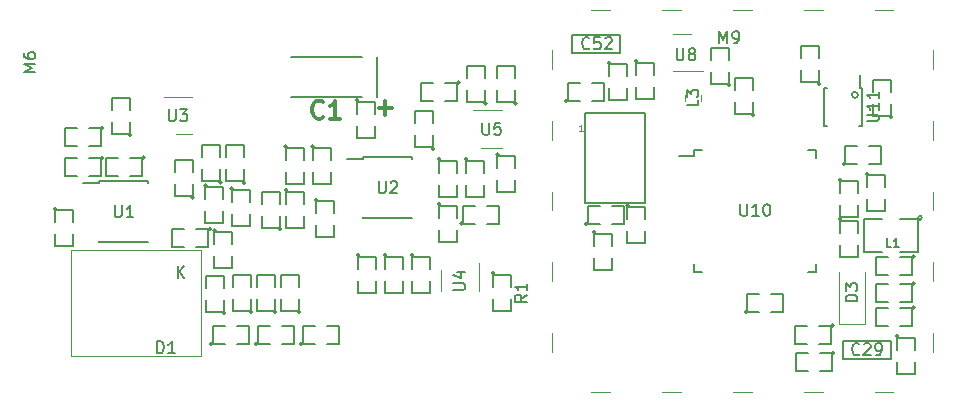
<source format=gbr>
%TF.GenerationSoftware,KiCad,Pcbnew,7.0.10-7.0.10~ubuntu23.04.1*%
%TF.CreationDate,2024-02-10T00:29:08+00:00*%
%TF.ProjectId,SPACEDOS01,53504143-4544-44f5-9330-312e6b696361,B*%
%TF.SameCoordinates,Original*%
%TF.FileFunction,Legend,Top*%
%TF.FilePolarity,Positive*%
%FSLAX46Y46*%
G04 Gerber Fmt 4.6, Leading zero omitted, Abs format (unit mm)*
G04 Created by KiCad (PCBNEW 7.0.10-7.0.10~ubuntu23.04.1) date 2024-02-10 00:29:08*
%MOMM*%
%LPD*%
G01*
G04 APERTURE LIST*
%ADD10C,0.050000*%
%ADD11C,0.150000*%
%ADD12C,0.127000*%
%ADD13C,0.304800*%
%ADD14C,0.120000*%
%ADD15C,0.100000*%
G04 APERTURE END LIST*
D10*
X146360484Y-99649062D02*
X146074770Y-99649062D01*
X146217627Y-99649062D02*
X146217627Y-99149062D01*
X146217627Y-99149062D02*
X146170008Y-99220491D01*
X146170008Y-99220491D02*
X146122389Y-99268110D01*
X146122389Y-99268110D02*
X146074770Y-99291919D01*
D11*
X100033346Y-94681176D02*
X99033346Y-94681176D01*
X99033346Y-94681176D02*
X99747631Y-94347843D01*
X99747631Y-94347843D02*
X99033346Y-94014510D01*
X99033346Y-94014510D02*
X100033346Y-94014510D01*
X99033346Y-93109748D02*
X99033346Y-93300224D01*
X99033346Y-93300224D02*
X99080965Y-93395462D01*
X99080965Y-93395462D02*
X99128584Y-93443081D01*
X99128584Y-93443081D02*
X99271441Y-93538319D01*
X99271441Y-93538319D02*
X99461917Y-93585938D01*
X99461917Y-93585938D02*
X99842869Y-93585938D01*
X99842869Y-93585938D02*
X99938107Y-93538319D01*
X99938107Y-93538319D02*
X99985727Y-93490700D01*
X99985727Y-93490700D02*
X100033346Y-93395462D01*
X100033346Y-93395462D02*
X100033346Y-93204986D01*
X100033346Y-93204986D02*
X99985727Y-93109748D01*
X99985727Y-93109748D02*
X99938107Y-93062129D01*
X99938107Y-93062129D02*
X99842869Y-93014510D01*
X99842869Y-93014510D02*
X99604774Y-93014510D01*
X99604774Y-93014510D02*
X99509536Y-93062129D01*
X99509536Y-93062129D02*
X99461917Y-93109748D01*
X99461917Y-93109748D02*
X99414298Y-93204986D01*
X99414298Y-93204986D02*
X99414298Y-93395462D01*
X99414298Y-93395462D02*
X99461917Y-93490700D01*
X99461917Y-93490700D02*
X99509536Y-93538319D01*
X99509536Y-93538319D02*
X99604774Y-93585938D01*
X137868722Y-98996172D02*
X137868722Y-99805695D01*
X137868722Y-99805695D02*
X137916341Y-99900933D01*
X137916341Y-99900933D02*
X137963960Y-99948553D01*
X137963960Y-99948553D02*
X138059198Y-99996172D01*
X138059198Y-99996172D02*
X138249674Y-99996172D01*
X138249674Y-99996172D02*
X138344912Y-99948553D01*
X138344912Y-99948553D02*
X138392531Y-99900933D01*
X138392531Y-99900933D02*
X138440150Y-99805695D01*
X138440150Y-99805695D02*
X138440150Y-98996172D01*
X139392531Y-98996172D02*
X138916341Y-98996172D01*
X138916341Y-98996172D02*
X138868722Y-99472362D01*
X138868722Y-99472362D02*
X138916341Y-99424743D01*
X138916341Y-99424743D02*
X139011579Y-99377124D01*
X139011579Y-99377124D02*
X139249674Y-99377124D01*
X139249674Y-99377124D02*
X139344912Y-99424743D01*
X139344912Y-99424743D02*
X139392531Y-99472362D01*
X139392531Y-99472362D02*
X139440150Y-99567600D01*
X139440150Y-99567600D02*
X139440150Y-99805695D01*
X139440150Y-99805695D02*
X139392531Y-99900933D01*
X139392531Y-99900933D02*
X139344912Y-99948553D01*
X139344912Y-99948553D02*
X139249674Y-99996172D01*
X139249674Y-99996172D02*
X139011579Y-99996172D01*
X139011579Y-99996172D02*
X138916341Y-99948553D01*
X138916341Y-99948553D02*
X138868722Y-99900933D01*
X135418446Y-113130258D02*
X136227969Y-113130258D01*
X136227969Y-113130258D02*
X136323207Y-113082639D01*
X136323207Y-113082639D02*
X136370827Y-113035020D01*
X136370827Y-113035020D02*
X136418446Y-112939782D01*
X136418446Y-112939782D02*
X136418446Y-112749306D01*
X136418446Y-112749306D02*
X136370827Y-112654068D01*
X136370827Y-112654068D02*
X136323207Y-112606449D01*
X136323207Y-112606449D02*
X136227969Y-112558830D01*
X136227969Y-112558830D02*
X135418446Y-112558830D01*
X135751779Y-111654068D02*
X136418446Y-111654068D01*
X135370827Y-111892163D02*
X136085112Y-112130258D01*
X136085112Y-112130258D02*
X136085112Y-111511211D01*
X159711532Y-105860172D02*
X159711532Y-106669695D01*
X159711532Y-106669695D02*
X159759151Y-106764933D01*
X159759151Y-106764933D02*
X159806770Y-106812553D01*
X159806770Y-106812553D02*
X159902008Y-106860172D01*
X159902008Y-106860172D02*
X160092484Y-106860172D01*
X160092484Y-106860172D02*
X160187722Y-106812553D01*
X160187722Y-106812553D02*
X160235341Y-106764933D01*
X160235341Y-106764933D02*
X160282960Y-106669695D01*
X160282960Y-106669695D02*
X160282960Y-105860172D01*
X161282960Y-106860172D02*
X160711532Y-106860172D01*
X160997246Y-106860172D02*
X160997246Y-105860172D01*
X160997246Y-105860172D02*
X160902008Y-106003029D01*
X160902008Y-106003029D02*
X160806770Y-106098267D01*
X160806770Y-106098267D02*
X160711532Y-106145886D01*
X161902008Y-105860172D02*
X161997246Y-105860172D01*
X161997246Y-105860172D02*
X162092484Y-105907791D01*
X162092484Y-105907791D02*
X162140103Y-105955410D01*
X162140103Y-105955410D02*
X162187722Y-106050648D01*
X162187722Y-106050648D02*
X162235341Y-106241124D01*
X162235341Y-106241124D02*
X162235341Y-106479219D01*
X162235341Y-106479219D02*
X162187722Y-106669695D01*
X162187722Y-106669695D02*
X162140103Y-106764933D01*
X162140103Y-106764933D02*
X162092484Y-106812553D01*
X162092484Y-106812553D02*
X161997246Y-106860172D01*
X161997246Y-106860172D02*
X161902008Y-106860172D01*
X161902008Y-106860172D02*
X161806770Y-106812553D01*
X161806770Y-106812553D02*
X161759151Y-106764933D01*
X161759151Y-106764933D02*
X161711532Y-106669695D01*
X161711532Y-106669695D02*
X161663913Y-106479219D01*
X161663913Y-106479219D02*
X161663913Y-106241124D01*
X161663913Y-106241124D02*
X161711532Y-106050648D01*
X161711532Y-106050648D02*
X161759151Y-105955410D01*
X161759151Y-105955410D02*
X161806770Y-105907791D01*
X161806770Y-105907791D02*
X161902008Y-105860172D01*
X129105722Y-103949172D02*
X129105722Y-104758695D01*
X129105722Y-104758695D02*
X129153341Y-104853933D01*
X129153341Y-104853933D02*
X129200960Y-104901553D01*
X129200960Y-104901553D02*
X129296198Y-104949172D01*
X129296198Y-104949172D02*
X129486674Y-104949172D01*
X129486674Y-104949172D02*
X129581912Y-104901553D01*
X129581912Y-104901553D02*
X129629531Y-104853933D01*
X129629531Y-104853933D02*
X129677150Y-104758695D01*
X129677150Y-104758695D02*
X129677150Y-103949172D01*
X130105722Y-104044410D02*
X130153341Y-103996791D01*
X130153341Y-103996791D02*
X130248579Y-103949172D01*
X130248579Y-103949172D02*
X130486674Y-103949172D01*
X130486674Y-103949172D02*
X130581912Y-103996791D01*
X130581912Y-103996791D02*
X130629531Y-104044410D01*
X130629531Y-104044410D02*
X130677150Y-104139648D01*
X130677150Y-104139648D02*
X130677150Y-104234886D01*
X130677150Y-104234886D02*
X130629531Y-104377743D01*
X130629531Y-104377743D02*
X130058103Y-104949172D01*
X130058103Y-104949172D02*
X130677150Y-104949172D01*
X106753722Y-105981172D02*
X106753722Y-106790695D01*
X106753722Y-106790695D02*
X106801341Y-106885933D01*
X106801341Y-106885933D02*
X106848960Y-106933553D01*
X106848960Y-106933553D02*
X106944198Y-106981172D01*
X106944198Y-106981172D02*
X107134674Y-106981172D01*
X107134674Y-106981172D02*
X107229912Y-106933553D01*
X107229912Y-106933553D02*
X107277531Y-106885933D01*
X107277531Y-106885933D02*
X107325150Y-106790695D01*
X107325150Y-106790695D02*
X107325150Y-105981172D01*
X108325150Y-106981172D02*
X107753722Y-106981172D01*
X108039436Y-106981172D02*
X108039436Y-105981172D01*
X108039436Y-105981172D02*
X107944198Y-106124029D01*
X107944198Y-106124029D02*
X107848960Y-106219267D01*
X107848960Y-106219267D02*
X107753722Y-106266886D01*
X170409346Y-98867747D02*
X171218869Y-98867747D01*
X171218869Y-98867747D02*
X171314107Y-98820128D01*
X171314107Y-98820128D02*
X171361727Y-98772509D01*
X171361727Y-98772509D02*
X171409346Y-98677271D01*
X171409346Y-98677271D02*
X171409346Y-98486795D01*
X171409346Y-98486795D02*
X171361727Y-98391557D01*
X171361727Y-98391557D02*
X171314107Y-98343938D01*
X171314107Y-98343938D02*
X171218869Y-98296319D01*
X171218869Y-98296319D02*
X170409346Y-98296319D01*
X171409346Y-97296319D02*
X171409346Y-97867747D01*
X171409346Y-97582033D02*
X170409346Y-97582033D01*
X170409346Y-97582033D02*
X170552203Y-97677271D01*
X170552203Y-97677271D02*
X170647441Y-97772509D01*
X170647441Y-97772509D02*
X170695060Y-97867747D01*
X171409346Y-96343938D02*
X171409346Y-96915366D01*
X171409346Y-96629652D02*
X170409346Y-96629652D01*
X170409346Y-96629652D02*
X170552203Y-96724890D01*
X170552203Y-96724890D02*
X170647441Y-96820128D01*
X170647441Y-96820128D02*
X170695060Y-96915366D01*
D12*
X172468527Y-109532565D02*
X172105670Y-109532565D01*
X172105670Y-109532565D02*
X172105670Y-108770565D01*
X173121670Y-109532565D02*
X172686241Y-109532565D01*
X172903956Y-109532565D02*
X172903956Y-108770565D01*
X172903956Y-108770565D02*
X172831384Y-108879422D01*
X172831384Y-108879422D02*
X172758813Y-108951994D01*
X172758813Y-108951994D02*
X172686241Y-108988280D01*
D11*
X154325622Y-92695172D02*
X154325622Y-93504695D01*
X154325622Y-93504695D02*
X154373241Y-93599933D01*
X154373241Y-93599933D02*
X154420860Y-93647553D01*
X154420860Y-93647553D02*
X154516098Y-93695172D01*
X154516098Y-93695172D02*
X154706574Y-93695172D01*
X154706574Y-93695172D02*
X154801812Y-93647553D01*
X154801812Y-93647553D02*
X154849431Y-93599933D01*
X154849431Y-93599933D02*
X154897050Y-93504695D01*
X154897050Y-93504695D02*
X154897050Y-92695172D01*
X155516098Y-93123743D02*
X155420860Y-93076124D01*
X155420860Y-93076124D02*
X155373241Y-93028505D01*
X155373241Y-93028505D02*
X155325622Y-92933267D01*
X155325622Y-92933267D02*
X155325622Y-92885648D01*
X155325622Y-92885648D02*
X155373241Y-92790410D01*
X155373241Y-92790410D02*
X155420860Y-92742791D01*
X155420860Y-92742791D02*
X155516098Y-92695172D01*
X155516098Y-92695172D02*
X155706574Y-92695172D01*
X155706574Y-92695172D02*
X155801812Y-92742791D01*
X155801812Y-92742791D02*
X155849431Y-92790410D01*
X155849431Y-92790410D02*
X155897050Y-92885648D01*
X155897050Y-92885648D02*
X155897050Y-92933267D01*
X155897050Y-92933267D02*
X155849431Y-93028505D01*
X155849431Y-93028505D02*
X155801812Y-93076124D01*
X155801812Y-93076124D02*
X155706574Y-93123743D01*
X155706574Y-93123743D02*
X155516098Y-93123743D01*
X155516098Y-93123743D02*
X155420860Y-93171362D01*
X155420860Y-93171362D02*
X155373241Y-93218981D01*
X155373241Y-93218981D02*
X155325622Y-93314219D01*
X155325622Y-93314219D02*
X155325622Y-93504695D01*
X155325622Y-93504695D02*
X155373241Y-93599933D01*
X155373241Y-93599933D02*
X155420860Y-93647553D01*
X155420860Y-93647553D02*
X155516098Y-93695172D01*
X155516098Y-93695172D02*
X155706574Y-93695172D01*
X155706574Y-93695172D02*
X155801812Y-93647553D01*
X155801812Y-93647553D02*
X155849431Y-93599933D01*
X155849431Y-93599933D02*
X155897050Y-93504695D01*
X155897050Y-93504695D02*
X155897050Y-93314219D01*
X155897050Y-93314219D02*
X155849431Y-93218981D01*
X155849431Y-93218981D02*
X155801812Y-93171362D01*
X155801812Y-93171362D02*
X155706574Y-93123743D01*
X169621346Y-114115747D02*
X168621346Y-114115747D01*
X168621346Y-114115747D02*
X168621346Y-113877652D01*
X168621346Y-113877652D02*
X168668965Y-113734795D01*
X168668965Y-113734795D02*
X168764203Y-113639557D01*
X168764203Y-113639557D02*
X168859441Y-113591938D01*
X168859441Y-113591938D02*
X169049917Y-113544319D01*
X169049917Y-113544319D02*
X169192774Y-113544319D01*
X169192774Y-113544319D02*
X169383250Y-113591938D01*
X169383250Y-113591938D02*
X169478488Y-113639557D01*
X169478488Y-113639557D02*
X169573727Y-113734795D01*
X169573727Y-113734795D02*
X169621346Y-113877652D01*
X169621346Y-113877652D02*
X169621346Y-114115747D01*
X168621346Y-113210985D02*
X168621346Y-112591938D01*
X168621346Y-112591938D02*
X169002298Y-112925271D01*
X169002298Y-112925271D02*
X169002298Y-112782414D01*
X169002298Y-112782414D02*
X169049917Y-112687176D01*
X169049917Y-112687176D02*
X169097536Y-112639557D01*
X169097536Y-112639557D02*
X169192774Y-112591938D01*
X169192774Y-112591938D02*
X169430869Y-112591938D01*
X169430869Y-112591938D02*
X169526107Y-112639557D01*
X169526107Y-112639557D02*
X169573727Y-112687176D01*
X169573727Y-112687176D02*
X169621346Y-112782414D01*
X169621346Y-112782414D02*
X169621346Y-113068128D01*
X169621346Y-113068128D02*
X169573727Y-113163366D01*
X169573727Y-113163366D02*
X169526107Y-113210985D01*
X156159346Y-97043319D02*
X156159346Y-97519509D01*
X156159346Y-97519509D02*
X155159346Y-97519509D01*
X155159346Y-96805223D02*
X155159346Y-96186176D01*
X155159346Y-96186176D02*
X155540298Y-96519509D01*
X155540298Y-96519509D02*
X155540298Y-96376652D01*
X155540298Y-96376652D02*
X155587917Y-96281414D01*
X155587917Y-96281414D02*
X155635536Y-96233795D01*
X155635536Y-96233795D02*
X155730774Y-96186176D01*
X155730774Y-96186176D02*
X155968869Y-96186176D01*
X155968869Y-96186176D02*
X156064107Y-96233795D01*
X156064107Y-96233795D02*
X156111727Y-96281414D01*
X156111727Y-96281414D02*
X156159346Y-96376652D01*
X156159346Y-96376652D02*
X156159346Y-96662366D01*
X156159346Y-96662366D02*
X156111727Y-96757604D01*
X156111727Y-96757604D02*
X156064107Y-96805223D01*
X111325722Y-97853172D02*
X111325722Y-98662695D01*
X111325722Y-98662695D02*
X111373341Y-98757933D01*
X111373341Y-98757933D02*
X111420960Y-98805553D01*
X111420960Y-98805553D02*
X111516198Y-98853172D01*
X111516198Y-98853172D02*
X111706674Y-98853172D01*
X111706674Y-98853172D02*
X111801912Y-98805553D01*
X111801912Y-98805553D02*
X111849531Y-98757933D01*
X111849531Y-98757933D02*
X111897150Y-98662695D01*
X111897150Y-98662695D02*
X111897150Y-97853172D01*
X112278103Y-97853172D02*
X112897150Y-97853172D01*
X112897150Y-97853172D02*
X112563817Y-98234124D01*
X112563817Y-98234124D02*
X112706674Y-98234124D01*
X112706674Y-98234124D02*
X112801912Y-98281743D01*
X112801912Y-98281743D02*
X112849531Y-98329362D01*
X112849531Y-98329362D02*
X112897150Y-98424600D01*
X112897150Y-98424600D02*
X112897150Y-98662695D01*
X112897150Y-98662695D02*
X112849531Y-98757933D01*
X112849531Y-98757933D02*
X112801912Y-98805553D01*
X112801912Y-98805553D02*
X112706674Y-98853172D01*
X112706674Y-98853172D02*
X112420960Y-98853172D01*
X112420960Y-98853172D02*
X112325722Y-98805553D01*
X112325722Y-98805553D02*
X112278103Y-98757933D01*
X141624446Y-113551019D02*
X141148255Y-113884352D01*
X141624446Y-114122447D02*
X140624446Y-114122447D01*
X140624446Y-114122447D02*
X140624446Y-113741495D01*
X140624446Y-113741495D02*
X140672065Y-113646257D01*
X140672065Y-113646257D02*
X140719684Y-113598638D01*
X140719684Y-113598638D02*
X140814922Y-113551019D01*
X140814922Y-113551019D02*
X140957779Y-113551019D01*
X140957779Y-113551019D02*
X141053017Y-113598638D01*
X141053017Y-113598638D02*
X141100636Y-113646257D01*
X141100636Y-113646257D02*
X141148255Y-113741495D01*
X141148255Y-113741495D02*
X141148255Y-114122447D01*
X141624446Y-112598638D02*
X141624446Y-113170066D01*
X141624446Y-112884352D02*
X140624446Y-112884352D01*
X140624446Y-112884352D02*
X140767303Y-112979590D01*
X140767303Y-112979590D02*
X140862541Y-113074828D01*
X140862541Y-113074828D02*
X140910160Y-113170066D01*
X157943003Y-92242473D02*
X157943003Y-91242473D01*
X157943003Y-91242473D02*
X158276336Y-91956758D01*
X158276336Y-91956758D02*
X158609669Y-91242473D01*
X158609669Y-91242473D02*
X158609669Y-92242473D01*
X159133479Y-92242473D02*
X159323955Y-92242473D01*
X159323955Y-92242473D02*
X159419193Y-92194854D01*
X159419193Y-92194854D02*
X159466812Y-92147234D01*
X159466812Y-92147234D02*
X159562050Y-92004377D01*
X159562050Y-92004377D02*
X159609669Y-91813901D01*
X159609669Y-91813901D02*
X159609669Y-91432949D01*
X159609669Y-91432949D02*
X159562050Y-91337711D01*
X159562050Y-91337711D02*
X159514431Y-91290092D01*
X159514431Y-91290092D02*
X159419193Y-91242473D01*
X159419193Y-91242473D02*
X159228717Y-91242473D01*
X159228717Y-91242473D02*
X159133479Y-91290092D01*
X159133479Y-91290092D02*
X159085860Y-91337711D01*
X159085860Y-91337711D02*
X159038241Y-91432949D01*
X159038241Y-91432949D02*
X159038241Y-91671044D01*
X159038241Y-91671044D02*
X159085860Y-91766282D01*
X159085860Y-91766282D02*
X159133479Y-91813901D01*
X159133479Y-91813901D02*
X159228717Y-91861520D01*
X159228717Y-91861520D02*
X159419193Y-91861520D01*
X159419193Y-91861520D02*
X159514431Y-91813901D01*
X159514431Y-91813901D02*
X159562050Y-91766282D01*
X159562050Y-91766282D02*
X159609669Y-91671044D01*
X110326432Y-118486472D02*
X110326432Y-117486472D01*
X110326432Y-117486472D02*
X110564527Y-117486472D01*
X110564527Y-117486472D02*
X110707384Y-117534091D01*
X110707384Y-117534091D02*
X110802622Y-117629329D01*
X110802622Y-117629329D02*
X110850241Y-117724567D01*
X110850241Y-117724567D02*
X110897860Y-117915043D01*
X110897860Y-117915043D02*
X110897860Y-118057900D01*
X110897860Y-118057900D02*
X110850241Y-118248376D01*
X110850241Y-118248376D02*
X110802622Y-118343614D01*
X110802622Y-118343614D02*
X110707384Y-118438853D01*
X110707384Y-118438853D02*
X110564527Y-118486472D01*
X110564527Y-118486472D02*
X110326432Y-118486472D01*
X111850241Y-118486472D02*
X111278813Y-118486472D01*
X111564527Y-118486472D02*
X111564527Y-117486472D01*
X111564527Y-117486472D02*
X111469289Y-117629329D01*
X111469289Y-117629329D02*
X111374051Y-117724567D01*
X111374051Y-117724567D02*
X111278813Y-117772186D01*
X112072622Y-112136472D02*
X112072622Y-111136472D01*
X112644050Y-112136472D02*
X112215479Y-111565043D01*
X112644050Y-111136472D02*
X112072622Y-111707900D01*
D13*
X124406627Y-98490391D02*
X124334055Y-98562963D01*
X124334055Y-98562963D02*
X124116341Y-98635534D01*
X124116341Y-98635534D02*
X123971198Y-98635534D01*
X123971198Y-98635534D02*
X123753484Y-98562963D01*
X123753484Y-98562963D02*
X123608341Y-98417820D01*
X123608341Y-98417820D02*
X123535770Y-98272677D01*
X123535770Y-98272677D02*
X123463198Y-97982391D01*
X123463198Y-97982391D02*
X123463198Y-97764677D01*
X123463198Y-97764677D02*
X123535770Y-97474391D01*
X123535770Y-97474391D02*
X123608341Y-97329248D01*
X123608341Y-97329248D02*
X123753484Y-97184105D01*
X123753484Y-97184105D02*
X123971198Y-97111534D01*
X123971198Y-97111534D02*
X124116341Y-97111534D01*
X124116341Y-97111534D02*
X124334055Y-97184105D01*
X124334055Y-97184105D02*
X124406627Y-97256677D01*
X125858055Y-98635534D02*
X124987198Y-98635534D01*
X125422627Y-98635534D02*
X125422627Y-97111534D01*
X125422627Y-97111534D02*
X125277484Y-97329248D01*
X125277484Y-97329248D02*
X125132341Y-97474391D01*
X125132341Y-97474391D02*
X124987198Y-97546963D01*
X129078776Y-97755123D02*
X130239919Y-97755123D01*
X129659347Y-98335694D02*
X129659347Y-97174551D01*
D11*
X169793669Y-118563233D02*
X169746050Y-118610853D01*
X169746050Y-118610853D02*
X169603193Y-118658472D01*
X169603193Y-118658472D02*
X169507955Y-118658472D01*
X169507955Y-118658472D02*
X169365098Y-118610853D01*
X169365098Y-118610853D02*
X169269860Y-118515614D01*
X169269860Y-118515614D02*
X169222241Y-118420376D01*
X169222241Y-118420376D02*
X169174622Y-118229900D01*
X169174622Y-118229900D02*
X169174622Y-118087043D01*
X169174622Y-118087043D02*
X169222241Y-117896567D01*
X169222241Y-117896567D02*
X169269860Y-117801329D01*
X169269860Y-117801329D02*
X169365098Y-117706091D01*
X169365098Y-117706091D02*
X169507955Y-117658472D01*
X169507955Y-117658472D02*
X169603193Y-117658472D01*
X169603193Y-117658472D02*
X169746050Y-117706091D01*
X169746050Y-117706091D02*
X169793669Y-117753710D01*
X170174622Y-117753710D02*
X170222241Y-117706091D01*
X170222241Y-117706091D02*
X170317479Y-117658472D01*
X170317479Y-117658472D02*
X170555574Y-117658472D01*
X170555574Y-117658472D02*
X170650812Y-117706091D01*
X170650812Y-117706091D02*
X170698431Y-117753710D01*
X170698431Y-117753710D02*
X170746050Y-117848948D01*
X170746050Y-117848948D02*
X170746050Y-117944186D01*
X170746050Y-117944186D02*
X170698431Y-118087043D01*
X170698431Y-118087043D02*
X170127003Y-118658472D01*
X170127003Y-118658472D02*
X170746050Y-118658472D01*
X171222241Y-118658472D02*
X171412717Y-118658472D01*
X171412717Y-118658472D02*
X171507955Y-118610853D01*
X171507955Y-118610853D02*
X171555574Y-118563233D01*
X171555574Y-118563233D02*
X171650812Y-118420376D01*
X171650812Y-118420376D02*
X171698431Y-118229900D01*
X171698431Y-118229900D02*
X171698431Y-117848948D01*
X171698431Y-117848948D02*
X171650812Y-117753710D01*
X171650812Y-117753710D02*
X171603193Y-117706091D01*
X171603193Y-117706091D02*
X171507955Y-117658472D01*
X171507955Y-117658472D02*
X171317479Y-117658472D01*
X171317479Y-117658472D02*
X171222241Y-117706091D01*
X171222241Y-117706091D02*
X171174622Y-117753710D01*
X171174622Y-117753710D02*
X171127003Y-117848948D01*
X171127003Y-117848948D02*
X171127003Y-118087043D01*
X171127003Y-118087043D02*
X171174622Y-118182281D01*
X171174622Y-118182281D02*
X171222241Y-118229900D01*
X171222241Y-118229900D02*
X171317479Y-118277519D01*
X171317479Y-118277519D02*
X171507955Y-118277519D01*
X171507955Y-118277519D02*
X171603193Y-118229900D01*
X171603193Y-118229900D02*
X171650812Y-118182281D01*
X171650812Y-118182281D02*
X171698431Y-118087043D01*
X146933669Y-92655233D02*
X146886050Y-92702853D01*
X146886050Y-92702853D02*
X146743193Y-92750472D01*
X146743193Y-92750472D02*
X146647955Y-92750472D01*
X146647955Y-92750472D02*
X146505098Y-92702853D01*
X146505098Y-92702853D02*
X146409860Y-92607614D01*
X146409860Y-92607614D02*
X146362241Y-92512376D01*
X146362241Y-92512376D02*
X146314622Y-92321900D01*
X146314622Y-92321900D02*
X146314622Y-92179043D01*
X146314622Y-92179043D02*
X146362241Y-91988567D01*
X146362241Y-91988567D02*
X146409860Y-91893329D01*
X146409860Y-91893329D02*
X146505098Y-91798091D01*
X146505098Y-91798091D02*
X146647955Y-91750472D01*
X146647955Y-91750472D02*
X146743193Y-91750472D01*
X146743193Y-91750472D02*
X146886050Y-91798091D01*
X146886050Y-91798091D02*
X146933669Y-91845710D01*
X147838431Y-91750472D02*
X147362241Y-91750472D01*
X147362241Y-91750472D02*
X147314622Y-92226662D01*
X147314622Y-92226662D02*
X147362241Y-92179043D01*
X147362241Y-92179043D02*
X147457479Y-92131424D01*
X147457479Y-92131424D02*
X147695574Y-92131424D01*
X147695574Y-92131424D02*
X147790812Y-92179043D01*
X147790812Y-92179043D02*
X147838431Y-92226662D01*
X147838431Y-92226662D02*
X147886050Y-92321900D01*
X147886050Y-92321900D02*
X147886050Y-92559995D01*
X147886050Y-92559995D02*
X147838431Y-92655233D01*
X147838431Y-92655233D02*
X147790812Y-92702853D01*
X147790812Y-92702853D02*
X147695574Y-92750472D01*
X147695574Y-92750472D02*
X147457479Y-92750472D01*
X147457479Y-92750472D02*
X147362241Y-92702853D01*
X147362241Y-92702853D02*
X147314622Y-92655233D01*
X148267003Y-91845710D02*
X148314622Y-91798091D01*
X148314622Y-91798091D02*
X148409860Y-91750472D01*
X148409860Y-91750472D02*
X148647955Y-91750472D01*
X148647955Y-91750472D02*
X148743193Y-91798091D01*
X148743193Y-91798091D02*
X148790812Y-91845710D01*
X148790812Y-91845710D02*
X148838431Y-91940948D01*
X148838431Y-91940948D02*
X148838431Y-92036186D01*
X148838431Y-92036186D02*
X148790812Y-92179043D01*
X148790812Y-92179043D02*
X148219384Y-92750472D01*
X148219384Y-92750472D02*
X148838431Y-92750472D01*
%TO.C,J22*%
X146598627Y-98150353D02*
X151678627Y-98150353D01*
X146598627Y-105770353D02*
X146598627Y-98150353D01*
X151678627Y-98150353D02*
X151678627Y-105770353D01*
X151678627Y-105770353D02*
X146598627Y-105770353D01*
D14*
%TO.C,U5*%
X137730627Y-101151353D02*
X139530627Y-101151353D01*
X139530627Y-97931353D02*
X137080627Y-97931353D01*
%TO.C,U4*%
X134353627Y-111468354D02*
X134353627Y-113268354D01*
X137573627Y-113268354D02*
X137573627Y-110818354D01*
D11*
%TO.C,C8*%
X131137627Y-110336353D02*
X131137627Y-111352353D01*
X129613627Y-110336353D02*
X131137627Y-110336353D01*
X129613627Y-111352353D02*
X129613627Y-110336353D01*
X131137627Y-112368353D02*
X131137627Y-113384353D01*
X131137627Y-113384353D02*
X129613627Y-113384353D01*
X129613627Y-113384353D02*
X129613627Y-112368353D01*
X129740627Y-110209353D02*
G75*
G03*
X129486627Y-110209353I-127000J0D01*
G01*
X129486627Y-110209353D02*
G75*
G03*
X129740627Y-110209353I127000J0D01*
G01*
%TO.C,C3*%
X103197627Y-106400154D02*
X103197627Y-107416154D01*
X101673627Y-106400154D02*
X103197627Y-106400154D01*
X101673627Y-107416154D02*
X101673627Y-106400154D01*
X103197627Y-108432154D02*
X103197627Y-109448154D01*
X103197627Y-109448154D02*
X101673627Y-109448154D01*
X101673627Y-109448154D02*
X101673627Y-108432154D01*
X101800627Y-106273154D02*
G75*
G03*
X101546627Y-106273154I-127000J0D01*
G01*
X101546627Y-106273154D02*
G75*
G03*
X101800627Y-106273154I127000J0D01*
G01*
%TO.C,R6*%
X105547127Y-100938353D02*
X104531127Y-100938353D01*
X105547127Y-99414353D02*
X105547127Y-100938353D01*
X104531127Y-99414353D02*
X105547127Y-99414353D01*
X103515127Y-100938353D02*
X102499127Y-100938353D01*
X102499127Y-100938353D02*
X102499127Y-99414353D01*
X102499127Y-99414353D02*
X103515127Y-99414353D01*
X105801127Y-99414353D02*
G75*
G03*
X105547127Y-99414353I-127000J0D01*
G01*
X105547127Y-99414353D02*
G75*
G03*
X105801127Y-99414353I127000J0D01*
G01*
%TO.C,C13*%
X133423627Y-110336353D02*
X133423627Y-111352353D01*
X131899627Y-110336353D02*
X133423627Y-110336353D01*
X131899627Y-111352353D02*
X131899627Y-110336353D01*
X133423627Y-112368353D02*
X133423627Y-113384353D01*
X133423627Y-113384353D02*
X131899627Y-113384353D01*
X131899627Y-113384353D02*
X131899627Y-112368353D01*
X132026627Y-110209353D02*
G75*
G03*
X131772627Y-110209353I-127000J0D01*
G01*
X131772627Y-110209353D02*
G75*
G03*
X132026627Y-110209353I127000J0D01*
G01*
%TO.C,C24*%
X114467627Y-114977853D02*
X114467627Y-113961853D01*
X115991627Y-114977853D02*
X114467627Y-114977853D01*
X115991627Y-113961853D02*
X115991627Y-114977853D01*
X114467627Y-112945853D02*
X114467627Y-111929853D01*
X114467627Y-111929853D02*
X115991627Y-111929853D01*
X115991627Y-111929853D02*
X115991627Y-112945853D01*
X116118627Y-115104853D02*
G75*
G03*
X115864627Y-115104853I-127000J0D01*
G01*
X115864627Y-115104853D02*
G75*
G03*
X116118627Y-115104853I127000J0D01*
G01*
%TO.C,C4*%
X128780527Y-97185154D02*
X128780527Y-98201154D01*
X127256527Y-97185154D02*
X128780527Y-97185154D01*
X127256527Y-98201154D02*
X127256527Y-97185154D01*
X128780527Y-99217154D02*
X128780527Y-100233154D01*
X128780527Y-100233154D02*
X127256527Y-100233154D01*
X127256527Y-100233154D02*
X127256527Y-99217154D01*
X127383527Y-97058154D02*
G75*
G03*
X127129527Y-97058154I-127000J0D01*
G01*
X127129527Y-97058154D02*
G75*
G03*
X127383527Y-97058154I127000J0D01*
G01*
%TO.C,U10*%
X155778627Y-101263353D02*
X155778627Y-101838353D01*
X155778627Y-101263353D02*
X156453627Y-101263353D01*
X155778627Y-101838353D02*
X154503627Y-101838353D01*
X155778627Y-111613353D02*
X155778627Y-110938353D01*
X155778627Y-111613353D02*
X156453627Y-111613353D01*
X166128627Y-101263353D02*
X165453627Y-101263353D01*
X166128627Y-101263353D02*
X166128627Y-101938353D01*
X166128627Y-111613353D02*
X165453627Y-111613353D01*
X166128627Y-111613353D02*
X166128627Y-110938353D01*
%TO.C,R4*%
X128851627Y-110336353D02*
X128851627Y-111352353D01*
X127327627Y-110336353D02*
X128851627Y-110336353D01*
X127327627Y-111352353D02*
X127327627Y-110336353D01*
X128851627Y-112368353D02*
X128851627Y-113384353D01*
X128851627Y-113384353D02*
X127327627Y-113384353D01*
X127327627Y-113384353D02*
X127327627Y-112368353D01*
X127454627Y-110209353D02*
G75*
G03*
X127200627Y-110209353I-127000J0D01*
G01*
X127200627Y-110209353D02*
G75*
G03*
X127454627Y-110209353I127000J0D01*
G01*
%TO.C,C10*%
X109039627Y-103478353D02*
X108023627Y-103478353D01*
X109039627Y-101954353D02*
X109039627Y-103478353D01*
X108023627Y-101954353D02*
X109039627Y-101954353D01*
X107007627Y-103478353D02*
X105991627Y-103478353D01*
X105991627Y-103478353D02*
X105991627Y-101954353D01*
X105991627Y-101954353D02*
X107007627Y-101954353D01*
X109293627Y-101954353D02*
G75*
G03*
X109039627Y-101954353I-127000J0D01*
G01*
X109039627Y-101954353D02*
G75*
G03*
X109293627Y-101954353I127000J0D01*
G01*
%TO.C,C5*%
X105547127Y-103478353D02*
X104531127Y-103478353D01*
X105547127Y-101954353D02*
X105547127Y-103478353D01*
X104531127Y-101954353D02*
X105547127Y-101954353D01*
X103515127Y-103478353D02*
X102499127Y-103478353D01*
X102499127Y-103478353D02*
X102499127Y-101954353D01*
X102499127Y-101954353D02*
X103515127Y-101954353D01*
X105801127Y-101954353D02*
G75*
G03*
X105547127Y-101954353I-127000J0D01*
G01*
X105547127Y-101954353D02*
G75*
G03*
X105801127Y-101954353I127000J0D01*
G01*
%TO.C,R3*%
X132153627Y-101065352D02*
X132153627Y-100049352D01*
X133677627Y-101065352D02*
X132153627Y-101065352D01*
X133677627Y-100049352D02*
X133677627Y-101065352D01*
X132153627Y-99033352D02*
X132153627Y-98017352D01*
X132153627Y-98017352D02*
X133677627Y-98017352D01*
X133677627Y-98017352D02*
X133677627Y-99033352D01*
X133804627Y-101192352D02*
G75*
G03*
X133550627Y-101192352I-127000J0D01*
G01*
X133550627Y-101192352D02*
G75*
G03*
X133804627Y-101192352I127000J0D01*
G01*
%TO.C,R2*%
X111833627Y-105192853D02*
X111833627Y-104176853D01*
X113357627Y-105192853D02*
X111833627Y-105192853D01*
X113357627Y-104176853D02*
X113357627Y-105192853D01*
X111833627Y-103160853D02*
X111833627Y-102144853D01*
X111833627Y-102144853D02*
X113357627Y-102144853D01*
X113357627Y-102144853D02*
X113357627Y-103160853D01*
X113484627Y-105319853D02*
G75*
G03*
X113230627Y-105319853I-127000J0D01*
G01*
X113230627Y-105319853D02*
G75*
G03*
X113484627Y-105319853I127000J0D01*
G01*
%TO.C,U2*%
X127792627Y-101919353D02*
X127792627Y-102064353D01*
X127792627Y-101919353D02*
X131942627Y-101919353D01*
X127792627Y-102064353D02*
X126392627Y-102064353D01*
X127792627Y-107069353D02*
X127792627Y-106924353D01*
X127792627Y-107069353D02*
X131942627Y-107069353D01*
X131942627Y-101919353D02*
X131942627Y-102064353D01*
%TO.C,R10*%
X122755627Y-104811853D02*
X122755627Y-105827853D01*
X121231627Y-104811853D02*
X122755627Y-104811853D01*
X121231627Y-105827853D02*
X121231627Y-104811853D01*
X122755627Y-106843853D02*
X122755627Y-107859853D01*
X122755627Y-107859853D02*
X121231627Y-107859853D01*
X121231627Y-107859853D02*
X121231627Y-106843853D01*
X121358627Y-104684853D02*
G75*
G03*
X121104627Y-104684853I-127000J0D01*
G01*
X121104627Y-104684853D02*
G75*
G03*
X121358627Y-104684853I127000J0D01*
G01*
%TO.C,C18*%
X125041627Y-101128853D02*
X125041627Y-102144853D01*
X123517627Y-101128853D02*
X125041627Y-101128853D01*
X123517627Y-102144853D02*
X123517627Y-101128853D01*
X125041627Y-103160853D02*
X125041627Y-104176853D01*
X125041627Y-104176853D02*
X123517627Y-104176853D01*
X123517627Y-104176853D02*
X123517627Y-103160853D01*
X123644627Y-101001853D02*
G75*
G03*
X123390627Y-101001853I-127000J0D01*
G01*
X123390627Y-101001853D02*
G75*
G03*
X123644627Y-101001853I127000J0D01*
G01*
%TO.C,U1*%
X105440627Y-103951353D02*
X105440627Y-104096353D01*
X105440627Y-103951353D02*
X109590627Y-103951353D01*
X105440627Y-104096353D02*
X104040627Y-104096353D01*
X105440627Y-109101353D02*
X105440627Y-108956353D01*
X105440627Y-109101353D02*
X109590627Y-109101353D01*
X109590627Y-103951353D02*
X109590627Y-104096353D01*
%TO.C,C20*%
X106499627Y-99922353D02*
X106499627Y-98906353D01*
X108023627Y-99922353D02*
X106499627Y-99922353D01*
X108023627Y-98906353D02*
X108023627Y-99922353D01*
X106499627Y-97890353D02*
X106499627Y-96874353D01*
X106499627Y-96874353D02*
X108023627Y-96874353D01*
X108023627Y-96874353D02*
X108023627Y-97890353D01*
X108150627Y-100049353D02*
G75*
G03*
X107896627Y-100049353I-127000J0D01*
G01*
X107896627Y-100049353D02*
G75*
G03*
X108150627Y-100049353I127000J0D01*
G01*
%TO.C,R7*%
X114661027Y-109483653D02*
X113645027Y-109483653D01*
X114661027Y-107959653D02*
X114661027Y-109483653D01*
X113645027Y-107959653D02*
X114661027Y-107959653D01*
X112629027Y-109483653D02*
X111613027Y-109483653D01*
X111613027Y-109483653D02*
X111613027Y-107959653D01*
X111613027Y-107959653D02*
X112629027Y-107959653D01*
X114915027Y-107959653D02*
G75*
G03*
X114661027Y-107959653I-127000J0D01*
G01*
X114661027Y-107959653D02*
G75*
G03*
X114915027Y-107959653I127000J0D01*
G01*
%TO.C,C17*%
X125295627Y-105637353D02*
X125295627Y-106653353D01*
X123771627Y-105637353D02*
X125295627Y-105637353D01*
X123771627Y-106653353D02*
X123771627Y-105637353D01*
X125295627Y-107669353D02*
X125295627Y-108685353D01*
X125295627Y-108685353D02*
X123771627Y-108685353D01*
X123771627Y-108685353D02*
X123771627Y-107669353D01*
X123898627Y-105510353D02*
G75*
G03*
X123644627Y-105510353I-127000J0D01*
G01*
X123644627Y-105510353D02*
G75*
G03*
X123898627Y-105510353I127000J0D01*
G01*
%TO.C,R9*%
X115946527Y-104400154D02*
X115946527Y-105416154D01*
X114422527Y-104400154D02*
X115946527Y-104400154D01*
X114422527Y-105416154D02*
X114422527Y-104400154D01*
X115946527Y-106432154D02*
X115946527Y-107448154D01*
X115946527Y-107448154D02*
X114422527Y-107448154D01*
X114422527Y-107448154D02*
X114422527Y-106432154D01*
X114549527Y-104273154D02*
G75*
G03*
X114295527Y-104273154I-127000J0D01*
G01*
X114295527Y-104273154D02*
G75*
G03*
X114549527Y-104273154I127000J0D01*
G01*
%TO.C,C11*%
X114172527Y-103948153D02*
X114172527Y-102932153D01*
X115696527Y-103948153D02*
X114172527Y-103948153D01*
X115696527Y-102932153D02*
X115696527Y-103948153D01*
X114172527Y-101916153D02*
X114172527Y-100900153D01*
X114172527Y-100900153D02*
X115696527Y-100900153D01*
X115696527Y-100900153D02*
X115696527Y-101916153D01*
X115823527Y-104075153D02*
G75*
G03*
X115569527Y-104075153I-127000J0D01*
G01*
X115569527Y-104075153D02*
G75*
G03*
X115823527Y-104075153I127000J0D01*
G01*
%TO.C,C16*%
X119199627Y-107859853D02*
X119199627Y-106843853D01*
X120723627Y-107859853D02*
X119199627Y-107859853D01*
X120723627Y-106843853D02*
X120723627Y-107859853D01*
X119199627Y-105827853D02*
X119199627Y-104811853D01*
X119199627Y-104811853D02*
X120723627Y-104811853D01*
X120723627Y-104811853D02*
X120723627Y-105827853D01*
X120850627Y-107986853D02*
G75*
G03*
X120596627Y-107986853I-127000J0D01*
G01*
X120596627Y-107986853D02*
G75*
G03*
X120850627Y-107986853I127000J0D01*
G01*
%TO.C,R11*%
X122755627Y-101128853D02*
X122755627Y-102144853D01*
X121231627Y-101128853D02*
X122755627Y-101128853D01*
X121231627Y-102144853D02*
X121231627Y-101128853D01*
X122755627Y-103160853D02*
X122755627Y-104176853D01*
X122755627Y-104176853D02*
X121231627Y-104176853D01*
X121231627Y-104176853D02*
X121231627Y-103160853D01*
X121358627Y-101001853D02*
G75*
G03*
X121104627Y-101001853I-127000J0D01*
G01*
X121104627Y-101001853D02*
G75*
G03*
X121358627Y-101001853I127000J0D01*
G01*
%TO.C,C15*%
X118183627Y-104684853D02*
X118183627Y-105700853D01*
X116659627Y-104684853D02*
X118183627Y-104684853D01*
X116659627Y-105700853D02*
X116659627Y-104684853D01*
X118183627Y-106716853D02*
X118183627Y-107732853D01*
X118183627Y-107732853D02*
X116659627Y-107732853D01*
X116659627Y-107732853D02*
X116659627Y-106716853D01*
X116786627Y-104557853D02*
G75*
G03*
X116532627Y-104557853I-127000J0D01*
G01*
X116532627Y-104557853D02*
G75*
G03*
X116786627Y-104557853I127000J0D01*
G01*
%TO.C,R5*%
X135709627Y-97128353D02*
X134693627Y-97128353D01*
X135709627Y-95604353D02*
X135709627Y-97128353D01*
X134693627Y-95604353D02*
X135709627Y-95604353D01*
X133677627Y-97128353D02*
X132661627Y-97128353D01*
X132661627Y-97128353D02*
X132661627Y-95604353D01*
X132661627Y-95604353D02*
X133677627Y-95604353D01*
X135963627Y-95604353D02*
G75*
G03*
X135709627Y-95604353I-127000J0D01*
G01*
X135709627Y-95604353D02*
G75*
G03*
X135963627Y-95604353I127000J0D01*
G01*
%TO.C,C12*%
X135709627Y-102208353D02*
X135709627Y-103224353D01*
X134185627Y-102208353D02*
X135709627Y-102208353D01*
X134185627Y-103224353D02*
X134185627Y-102208353D01*
X135709627Y-104240353D02*
X135709627Y-105256353D01*
X135709627Y-105256353D02*
X134185627Y-105256353D01*
X134185627Y-105256353D02*
X134185627Y-104240353D01*
X134312627Y-102081353D02*
G75*
G03*
X134058627Y-102081353I-127000J0D01*
G01*
X134058627Y-102081353D02*
G75*
G03*
X134312627Y-102081353I127000J0D01*
G01*
%TO.C,U11*%
X170029527Y-96004653D02*
X169854527Y-96004653D01*
X170029527Y-96004653D02*
X170029527Y-99254653D01*
X169854527Y-96004653D02*
X169854527Y-94929653D01*
X166779527Y-96004653D02*
X167054527Y-96004653D01*
X166779527Y-96004653D02*
X166779527Y-99254653D01*
X170029527Y-99254653D02*
X169754527Y-99254653D01*
X166779527Y-99254653D02*
X167054527Y-99254653D01*
X169654527Y-96629653D02*
G75*
G03*
X169154527Y-96629653I-250000J0D01*
G01*
X169154527Y-96629653D02*
G75*
G03*
X169654527Y-96629653I250000J0D01*
G01*
%TO.C,R13*%
X136217627Y-106018353D02*
X137233627Y-106018353D01*
X136217627Y-107542353D02*
X136217627Y-106018353D01*
X137233627Y-107542353D02*
X136217627Y-107542353D01*
X138249627Y-106018353D02*
X139265627Y-106018353D01*
X139265627Y-106018353D02*
X139265627Y-107542353D01*
X139265627Y-107542353D02*
X138249627Y-107542353D01*
X136217627Y-107542353D02*
G75*
G03*
X135963627Y-107542353I-127000J0D01*
G01*
X135963627Y-107542353D02*
G75*
G03*
X136217627Y-107542353I127000J0D01*
G01*
%TO.C,C9*%
X136598627Y-97255353D02*
X136598627Y-96239353D01*
X138122627Y-97255353D02*
X136598627Y-97255353D01*
X138122627Y-96239353D02*
X138122627Y-97255353D01*
X136598627Y-95223353D02*
X136598627Y-94207353D01*
X136598627Y-94207353D02*
X138122627Y-94207353D01*
X138122627Y-94207353D02*
X138122627Y-95223353D01*
X138249627Y-97382353D02*
G75*
G03*
X137995627Y-97382353I-127000J0D01*
G01*
X137995627Y-97382353D02*
G75*
G03*
X138249627Y-97382353I127000J0D01*
G01*
%TO.C,C14*%
X139138627Y-97255354D02*
X139138627Y-96239354D01*
X140662627Y-97255354D02*
X139138627Y-97255354D01*
X140662627Y-96239354D02*
X140662627Y-97255354D01*
X139138627Y-95223354D02*
X139138627Y-94207354D01*
X139138627Y-94207354D02*
X140662627Y-94207354D01*
X140662627Y-94207354D02*
X140662627Y-95223354D01*
X140789627Y-97382354D02*
G75*
G03*
X140535627Y-97382354I-127000J0D01*
G01*
X140535627Y-97382354D02*
G75*
G03*
X140789627Y-97382354I127000J0D01*
G01*
%TO.C,C7*%
X137995627Y-102208353D02*
X137995627Y-103224353D01*
X136471627Y-102208353D02*
X137995627Y-102208353D01*
X136471627Y-103224353D02*
X136471627Y-102208353D01*
X137995627Y-104240353D02*
X137995627Y-105256353D01*
X137995627Y-105256353D02*
X136471627Y-105256353D01*
X136471627Y-105256353D02*
X136471627Y-104240353D01*
X136598627Y-102081353D02*
G75*
G03*
X136344627Y-102081353I-127000J0D01*
G01*
X136344627Y-102081353D02*
G75*
G03*
X136598627Y-102081353I127000J0D01*
G01*
%TO.C,R12*%
X140662627Y-101827353D02*
X140662627Y-102843353D01*
X139138627Y-101827353D02*
X140662627Y-101827353D01*
X139138627Y-102843353D02*
X139138627Y-101827353D01*
X140662627Y-103859353D02*
X140662627Y-104875353D01*
X140662627Y-104875353D02*
X139138627Y-104875353D01*
X139138627Y-104875353D02*
X139138627Y-103859353D01*
X139265627Y-101700353D02*
G75*
G03*
X139011627Y-101700353I-127000J0D01*
G01*
X139011627Y-101700353D02*
G75*
G03*
X139265627Y-101700353I127000J0D01*
G01*
%TO.C,L1*%
X174754527Y-109948654D02*
X174754527Y-107154654D01*
X174754527Y-107154654D02*
X173230527Y-107154654D01*
X173230527Y-109948654D02*
X174754527Y-109948654D01*
X173230527Y-109948654D02*
X174754527Y-109948654D01*
X171706527Y-107154654D02*
X170182527Y-107154654D01*
X170182527Y-109948654D02*
X171706527Y-109948654D01*
X170182527Y-107154654D02*
X170182527Y-109948654D01*
X175061132Y-107027654D02*
G75*
G03*
X174701922Y-107027654I-179605J0D01*
G01*
X174701922Y-107027654D02*
G75*
G03*
X175061132Y-107027654I179605J0D01*
G01*
%TO.C,C19*%
X135709627Y-106018353D02*
X135709627Y-107034353D01*
X134185627Y-106018353D02*
X135709627Y-106018353D01*
X134185627Y-107034353D02*
X134185627Y-106018353D01*
X135709627Y-108050353D02*
X135709627Y-109066353D01*
X135709627Y-109066353D02*
X134185627Y-109066353D01*
X134185627Y-109066353D02*
X134185627Y-108050353D01*
X134312627Y-105891353D02*
G75*
G03*
X134058627Y-105891353I-127000J0D01*
G01*
X134058627Y-105891353D02*
G75*
G03*
X134312627Y-105891353I127000J0D01*
G01*
D14*
%TO.C,U8*%
X154772527Y-94630353D02*
X156572527Y-94630353D01*
X154772527Y-94630353D02*
X153972527Y-94630353D01*
X154772527Y-91510353D02*
X155572527Y-91510353D01*
X154772527Y-91510353D02*
X153972527Y-91510353D01*
D11*
%TO.C,C2*%
X116753627Y-114914353D02*
X116753627Y-113898353D01*
X118277627Y-114914353D02*
X116753627Y-114914353D01*
X118277627Y-113898353D02*
X118277627Y-114914353D01*
X116753627Y-112882353D02*
X116753627Y-111866353D01*
X116753627Y-111866353D02*
X118277627Y-111866353D01*
X118277627Y-111866353D02*
X118277627Y-112882353D01*
X118404627Y-115041353D02*
G75*
G03*
X118150627Y-115041353I-127000J0D01*
G01*
X118150627Y-115041353D02*
G75*
G03*
X118404627Y-115041353I127000J0D01*
G01*
D14*
%TO.C,D3*%
X168056527Y-116037653D02*
X170276527Y-116037653D01*
X170276527Y-116037653D02*
X170276527Y-111627653D01*
X168056527Y-111627653D02*
X168056527Y-116037653D01*
D11*
%TO.C,F2*%
X167452027Y-119981653D02*
X166436027Y-119981653D01*
X167452027Y-118457653D02*
X167452027Y-119981653D01*
X166436027Y-118457653D02*
X167452027Y-118457653D01*
X165420027Y-119981653D02*
X164404027Y-119981653D01*
X164404027Y-119981653D02*
X164404027Y-118457653D01*
X164404027Y-118457653D02*
X165420027Y-118457653D01*
X167706027Y-118457653D02*
G75*
G03*
X167452027Y-118457653I-127000J0D01*
G01*
X167452027Y-118457653D02*
G75*
G03*
X167706027Y-118457653I127000J0D01*
G01*
%TO.C,C55*%
X174500527Y-117187653D02*
X174500527Y-118203653D01*
X172976527Y-117187653D02*
X174500527Y-117187653D01*
X172976527Y-118203653D02*
X172976527Y-117187653D01*
X174500527Y-119219653D02*
X174500527Y-120235653D01*
X174500527Y-120235653D02*
X172976527Y-120235653D01*
X172976527Y-120235653D02*
X172976527Y-119219653D01*
X173103527Y-117060653D02*
G75*
G03*
X172849527Y-117060653I-127000J0D01*
G01*
X172849527Y-117060653D02*
G75*
G03*
X173103527Y-117060653I127000J0D01*
G01*
D14*
%TO.C,L3*%
X154994527Y-97137905D02*
X154994527Y-96615401D01*
X156414527Y-97137905D02*
X156414527Y-96615401D01*
D11*
%TO.C,R22*%
X115039127Y-116184352D02*
X116055127Y-116184352D01*
X115039127Y-117708352D02*
X115039127Y-116184352D01*
X116055127Y-117708352D02*
X115039127Y-117708352D01*
X117071127Y-116184352D02*
X118087127Y-116184352D01*
X118087127Y-116184352D02*
X118087127Y-117708352D01*
X118087127Y-117708352D02*
X117071127Y-117708352D01*
X115039127Y-117708352D02*
G75*
G03*
X114785127Y-117708352I-127000J0D01*
G01*
X114785127Y-117708352D02*
G75*
G03*
X115039127Y-117708352I127000J0D01*
G01*
%TO.C,R19*%
X118849127Y-116184353D02*
X119865127Y-116184353D01*
X118849127Y-117708353D02*
X118849127Y-116184353D01*
X119865127Y-117708353D02*
X118849127Y-117708353D01*
X120881127Y-116184353D02*
X121897127Y-116184353D01*
X121897127Y-116184353D02*
X121897127Y-117708353D01*
X121897127Y-117708353D02*
X120881127Y-117708353D01*
X118849127Y-117708353D02*
G75*
G03*
X118595127Y-117708353I-127000J0D01*
G01*
X118595127Y-117708353D02*
G75*
G03*
X118849127Y-117708353I127000J0D01*
G01*
%TO.C,R15*%
X122659127Y-116184353D02*
X123675127Y-116184353D01*
X122659127Y-117708353D02*
X122659127Y-116184353D01*
X123675127Y-117708353D02*
X122659127Y-117708353D01*
X124691127Y-116184353D02*
X125707127Y-116184353D01*
X125707127Y-116184353D02*
X125707127Y-117708353D01*
X125707127Y-117708353D02*
X124691127Y-117708353D01*
X122659127Y-117708353D02*
G75*
G03*
X122405127Y-117708353I-127000J0D01*
G01*
X122405127Y-117708353D02*
G75*
G03*
X122659127Y-117708353I127000J0D01*
G01*
%TO.C,C23*%
X118785627Y-114914353D02*
X118785627Y-113898353D01*
X120309627Y-114914353D02*
X118785627Y-114914353D01*
X120309627Y-113898353D02*
X120309627Y-114914353D01*
X118785627Y-112882353D02*
X118785627Y-111866353D01*
X118785627Y-111866353D02*
X120309627Y-111866353D01*
X120309627Y-111866353D02*
X120309627Y-112882353D01*
X120436627Y-115041353D02*
G75*
G03*
X120182627Y-115041353I-127000J0D01*
G01*
X120182627Y-115041353D02*
G75*
G03*
X120436627Y-115041353I127000J0D01*
G01*
%TO.C,C21*%
X120817627Y-114914353D02*
X120817627Y-113898353D01*
X122341627Y-114914353D02*
X120817627Y-114914353D01*
X122341627Y-113898353D02*
X122341627Y-114914353D01*
X120817627Y-112882353D02*
X120817627Y-111866353D01*
X120817627Y-111866353D02*
X122341627Y-111866353D01*
X122341627Y-111866353D02*
X122341627Y-112882353D01*
X122468627Y-115041353D02*
G75*
G03*
X122214627Y-115041353I-127000J0D01*
G01*
X122214627Y-115041353D02*
G75*
G03*
X122468627Y-115041353I127000J0D01*
G01*
%TO.C,C34*%
X151678627Y-106087853D02*
X151678627Y-107103853D01*
X150154627Y-106087853D02*
X151678627Y-106087853D01*
X150154627Y-107103853D02*
X150154627Y-106087853D01*
X151678627Y-108119853D02*
X151678627Y-109135853D01*
X151678627Y-109135853D02*
X150154627Y-109135853D01*
X150154627Y-109135853D02*
X150154627Y-108119853D01*
X150281627Y-105960853D02*
G75*
G03*
X150027627Y-105960853I-127000J0D01*
G01*
X150027627Y-105960853D02*
G75*
G03*
X150281627Y-105960853I127000J0D01*
G01*
%TO.C,C27*%
X174246527Y-114139653D02*
X173230527Y-114139653D01*
X174246527Y-112615653D02*
X174246527Y-114139653D01*
X173230527Y-112615653D02*
X174246527Y-112615653D01*
X172214527Y-114139653D02*
X171198527Y-114139653D01*
X171198527Y-114139653D02*
X171198527Y-112615653D01*
X171198527Y-112615653D02*
X172214527Y-112615653D01*
X174500527Y-112615653D02*
G75*
G03*
X174246527Y-112615653I-127000J0D01*
G01*
X174246527Y-112615653D02*
G75*
G03*
X174500527Y-112615653I127000J0D01*
G01*
%TO.C,R20*%
X168595027Y-100931653D02*
X169611027Y-100931653D01*
X168595027Y-102455653D02*
X168595027Y-100931653D01*
X169611027Y-102455653D02*
X168595027Y-102455653D01*
X170627027Y-100931653D02*
X171643027Y-100931653D01*
X171643027Y-100931653D02*
X171643027Y-102455653D01*
X171643027Y-102455653D02*
X170627027Y-102455653D01*
X168595027Y-102455653D02*
G75*
G03*
X168341027Y-102455653I-127000J0D01*
G01*
X168341027Y-102455653D02*
G75*
G03*
X168595027Y-102455653I127000J0D01*
G01*
%TO.C,R23*%
X146789127Y-106024353D02*
X147805127Y-106024353D01*
X146789127Y-107548353D02*
X146789127Y-106024353D01*
X147805127Y-107548353D02*
X146789127Y-107548353D01*
X148821127Y-106024353D02*
X149837127Y-106024353D01*
X149837127Y-106024353D02*
X149837127Y-107548353D01*
X149837127Y-107548353D02*
X148821127Y-107548353D01*
X146789127Y-107548353D02*
G75*
G03*
X146535127Y-107548353I-127000J0D01*
G01*
X146535127Y-107548353D02*
G75*
G03*
X146789127Y-107548353I127000J0D01*
G01*
%TO.C,C26*%
X174246527Y-116171653D02*
X173230527Y-116171653D01*
X174246527Y-114647653D02*
X174246527Y-116171653D01*
X173230527Y-114647653D02*
X174246527Y-114647653D01*
X172214527Y-116171653D02*
X171198527Y-116171653D01*
X171198527Y-116171653D02*
X171198527Y-114647653D01*
X171198527Y-114647653D02*
X172214527Y-114647653D01*
X174500527Y-114647653D02*
G75*
G03*
X174246527Y-114647653I-127000J0D01*
G01*
X174246527Y-114647653D02*
G75*
G03*
X174500527Y-114647653I127000J0D01*
G01*
D14*
%TO.C,U3*%
X112611627Y-96838353D02*
X110936627Y-96838353D01*
X112611627Y-96838353D02*
X113261627Y-96838353D01*
X112611627Y-99958353D02*
X111961627Y-99958353D01*
X112611627Y-99958353D02*
X113261627Y-99958353D01*
D11*
%TO.C,C43*%
X148846528Y-108361153D02*
X148846528Y-109377153D01*
X147322528Y-108361153D02*
X148846528Y-108361153D01*
X147322528Y-109377153D02*
X147322528Y-108361153D01*
X148846528Y-110393153D02*
X148846528Y-111409153D01*
X148846528Y-111409153D02*
X147322528Y-111409153D01*
X147322528Y-111409153D02*
X147322528Y-110393153D01*
X147449528Y-108234153D02*
G75*
G03*
X147195528Y-108234153I-127000J0D01*
G01*
X147195528Y-108234153D02*
G75*
G03*
X147449528Y-108234153I127000J0D01*
G01*
%TO.C,C39*%
X160314627Y-113517354D02*
X161330627Y-113517354D01*
X160314627Y-115041354D02*
X160314627Y-113517354D01*
X161330627Y-115041354D02*
X160314627Y-115041354D01*
X162346627Y-113517354D02*
X163362627Y-113517354D01*
X163362627Y-113517354D02*
X163362627Y-115041354D01*
X163362627Y-115041354D02*
X162346627Y-115041354D01*
X160314627Y-115041354D02*
G75*
G03*
X160060627Y-115041354I-127000J0D01*
G01*
X160060627Y-115041354D02*
G75*
G03*
X160314627Y-115041354I127000J0D01*
G01*
%TO.C,C28*%
X174246527Y-111853653D02*
X173230527Y-111853653D01*
X174246527Y-110329653D02*
X174246527Y-111853653D01*
X173230527Y-110329653D02*
X174246527Y-110329653D01*
X172214527Y-111853653D02*
X171198527Y-111853653D01*
X171198527Y-111853653D02*
X171198527Y-110329653D01*
X171198527Y-110329653D02*
X172214527Y-110329653D01*
X174500527Y-110329653D02*
G75*
G03*
X174246527Y-110329653I-127000J0D01*
G01*
X174246527Y-110329653D02*
G75*
G03*
X174500527Y-110329653I127000J0D01*
G01*
%TO.C,R1*%
X140281627Y-111860353D02*
X140281627Y-112876353D01*
X138757627Y-111860353D02*
X140281627Y-111860353D01*
X138757627Y-112876353D02*
X138757627Y-111860353D01*
X140281627Y-113892353D02*
X140281627Y-114908353D01*
X140281627Y-114908353D02*
X138757627Y-114908353D01*
X138757627Y-114908353D02*
X138757627Y-113892353D01*
X138884627Y-111733353D02*
G75*
G03*
X138630627Y-111733353I-127000J0D01*
G01*
X138630627Y-111733353D02*
G75*
G03*
X138884627Y-111733353I127000J0D01*
G01*
%TO.C,C36*%
X167388527Y-117695653D02*
X166372527Y-117695653D01*
X167388527Y-116171653D02*
X167388527Y-117695653D01*
X166372527Y-116171653D02*
X167388527Y-116171653D01*
X165356527Y-117695653D02*
X164340527Y-117695653D01*
X164340527Y-117695653D02*
X164340527Y-116171653D01*
X164340527Y-116171653D02*
X165356527Y-116171653D01*
X167642527Y-116171653D02*
G75*
G03*
X167388527Y-116171653I-127000J0D01*
G01*
X167388527Y-116171653D02*
G75*
G03*
X167642527Y-116171653I127000J0D01*
G01*
%TO.C,C32*%
X157228527Y-95661153D02*
X157228527Y-94645153D01*
X158752527Y-95661153D02*
X157228527Y-95661153D01*
X158752527Y-94645153D02*
X158752527Y-95661153D01*
X157228527Y-93629153D02*
X157228527Y-92613153D01*
X157228527Y-92613153D02*
X158752527Y-92613153D01*
X158752527Y-92613153D02*
X158752527Y-93629153D01*
X158879527Y-95788153D02*
G75*
G03*
X158625527Y-95788153I-127000J0D01*
G01*
X158625527Y-95788153D02*
G75*
G03*
X158879527Y-95788153I127000J0D01*
G01*
D14*
%TO.C,M9*%
X143728527Y-92805654D02*
X143728527Y-94405654D01*
X143728527Y-98805654D02*
X143728527Y-100405654D01*
X143728527Y-104805654D02*
X143728527Y-106405654D01*
X143728527Y-110805654D02*
X143728527Y-112405654D01*
X143728527Y-116805654D02*
X143728527Y-118405654D01*
X147078527Y-89455654D02*
X148678527Y-89455654D01*
X147078527Y-121755654D02*
X148678527Y-121755654D01*
X153078527Y-89455654D02*
X154678527Y-89455654D01*
X153078527Y-121755654D02*
X154678527Y-121755654D01*
X159078527Y-89455654D02*
X160678527Y-89455654D01*
X159078527Y-121755654D02*
X160678527Y-121755654D01*
X165078527Y-89455654D02*
X166678527Y-89455654D01*
X165078527Y-121755654D02*
X166678527Y-121755654D01*
X171078527Y-89455654D02*
X172678527Y-89455654D01*
X171078527Y-121755654D02*
X172678527Y-121755654D01*
X176028527Y-92805654D02*
X176028527Y-94405654D01*
X176028527Y-98805654D02*
X176028527Y-100405654D01*
X176028527Y-104805654D02*
X176028527Y-106405654D01*
X176028527Y-110805654D02*
X176028527Y-112405654D01*
X176028527Y-116805654D02*
X176028527Y-118405654D01*
D11*
%TO.C,R21*%
X164848527Y-95534153D02*
X164848527Y-94518153D01*
X166372527Y-95534153D02*
X164848527Y-95534153D01*
X166372527Y-94518153D02*
X166372527Y-95534153D01*
X164848527Y-93502153D02*
X164848527Y-92486153D01*
X164848527Y-92486153D02*
X166372527Y-92486153D01*
X166372527Y-92486153D02*
X166372527Y-93502153D01*
X166499527Y-95661153D02*
G75*
G03*
X166245527Y-95661153I-127000J0D01*
G01*
X166245527Y-95661153D02*
G75*
G03*
X166499527Y-95661153I127000J0D01*
G01*
%TO.C,C44*%
X169674527Y-103916153D02*
X169674527Y-104932153D01*
X168150527Y-103916153D02*
X169674527Y-103916153D01*
X168150527Y-104932153D02*
X168150527Y-103916153D01*
X169674527Y-105948153D02*
X169674527Y-106964153D01*
X169674527Y-106964153D02*
X168150527Y-106964153D01*
X168150527Y-106964153D02*
X168150527Y-105948153D01*
X168277527Y-103789153D02*
G75*
G03*
X168023527Y-103789153I-127000J0D01*
G01*
X168023527Y-103789153D02*
G75*
G03*
X168277527Y-103789153I127000J0D01*
G01*
%TO.C,C31*%
X169674527Y-107281653D02*
X169674527Y-108297653D01*
X168150527Y-107281653D02*
X169674527Y-107281653D01*
X168150527Y-108297653D02*
X168150527Y-107281653D01*
X169674527Y-109313653D02*
X169674527Y-110329653D01*
X169674527Y-110329653D02*
X168150527Y-110329653D01*
X168150527Y-110329653D02*
X168150527Y-109313653D01*
X168277527Y-107154653D02*
G75*
G03*
X168023527Y-107154653I-127000J0D01*
G01*
X168023527Y-107154653D02*
G75*
G03*
X168277527Y-107154653I127000J0D01*
G01*
%TO.C,C40*%
X171960527Y-103408153D02*
X171960527Y-104424153D01*
X170436527Y-103408153D02*
X171960527Y-103408153D01*
X170436527Y-104424153D02*
X170436527Y-103408153D01*
X171960527Y-105440153D02*
X171960527Y-106456153D01*
X171960527Y-106456153D02*
X170436527Y-106456153D01*
X170436527Y-106456153D02*
X170436527Y-105440153D01*
X170563527Y-103281153D02*
G75*
G03*
X170309527Y-103281153I-127000J0D01*
G01*
X170309527Y-103281153D02*
G75*
G03*
X170563527Y-103281153I127000J0D01*
G01*
%TO.C,C50*%
X150116527Y-94010153D02*
X150116527Y-95026153D01*
X148592527Y-94010153D02*
X150116527Y-94010153D01*
X148592527Y-95026153D02*
X148592527Y-94010153D01*
X150116527Y-96042153D02*
X150116527Y-97058153D01*
X150116527Y-97058153D02*
X148592527Y-97058153D01*
X148592527Y-97058153D02*
X148592527Y-96042153D01*
X148719527Y-93883153D02*
G75*
G03*
X148465527Y-93883153I-127000J0D01*
G01*
X148465527Y-93883153D02*
G75*
G03*
X148719527Y-93883153I127000J0D01*
G01*
%TO.C,C42*%
X152402526Y-93883153D02*
X152402526Y-94899153D01*
X150878526Y-93883153D02*
X152402526Y-93883153D01*
X150878526Y-94899153D02*
X150878526Y-93883153D01*
X152402526Y-95915153D02*
X152402526Y-96931153D01*
X152402526Y-96931153D02*
X150878526Y-96931153D01*
X150878526Y-96931153D02*
X150878526Y-95915153D01*
X151005526Y-93756153D02*
G75*
G03*
X150751526Y-93756153I-127000J0D01*
G01*
X150751526Y-93756153D02*
G75*
G03*
X151005526Y-93756153I127000J0D01*
G01*
%TO.C,C35*%
X159260527Y-98201153D02*
X159260527Y-97185153D01*
X160784527Y-98201153D02*
X159260527Y-98201153D01*
X160784527Y-97185153D02*
X160784527Y-98201153D01*
X159260527Y-96169153D02*
X159260527Y-95153153D01*
X159260527Y-95153153D02*
X160784527Y-95153153D01*
X160784527Y-95153153D02*
X160784527Y-96169153D01*
X160911527Y-98328153D02*
G75*
G03*
X160657527Y-98328153I-127000J0D01*
G01*
X160657527Y-98328153D02*
G75*
G03*
X160911527Y-98328153I127000J0D01*
G01*
%TO.C,C47*%
X170944528Y-98391653D02*
X170944528Y-97375653D01*
X172468528Y-98391653D02*
X170944528Y-98391653D01*
X172468528Y-97375653D02*
X172468528Y-98391653D01*
X170944528Y-96359653D02*
X170944528Y-95343653D01*
X170944528Y-95343653D02*
X172468528Y-95343653D01*
X172468528Y-95343653D02*
X172468528Y-96359653D01*
X172595528Y-98518653D02*
G75*
G03*
X172341528Y-98518653I-127000J0D01*
G01*
X172341528Y-98518653D02*
G75*
G03*
X172595528Y-98518653I127000J0D01*
G01*
%TO.C,C54*%
X145100027Y-95597653D02*
X146116027Y-95597653D01*
X145100027Y-97121653D02*
X145100027Y-95597653D01*
X146116027Y-97121653D02*
X145100027Y-97121653D01*
X147132027Y-95597653D02*
X148148027Y-95597653D01*
X148148027Y-95597653D02*
X148148027Y-97121653D01*
X148148027Y-97121653D02*
X147132027Y-97121653D01*
X145100027Y-97121653D02*
G75*
G03*
X144846027Y-97121653I-127000J0D01*
G01*
X144846027Y-97121653D02*
G75*
G03*
X145100027Y-97121653I127000J0D01*
G01*
D15*
%TO.C,D1*%
X114024527Y-109721653D02*
X103024527Y-109721653D01*
X114024527Y-109721653D02*
X114024527Y-118721653D01*
X103024527Y-109721653D02*
X103024527Y-118721653D01*
X114024527Y-118721653D02*
X103024527Y-118721653D01*
D11*
%TO.C,R8*%
X116696528Y-108240853D02*
X116696528Y-109256853D01*
X115172528Y-108240853D02*
X116696528Y-108240853D01*
X115172528Y-109256853D02*
X115172528Y-108240853D01*
X116696528Y-110272853D02*
X116696528Y-111288853D01*
X116696528Y-111288853D02*
X115172528Y-111288853D01*
X115172528Y-111288853D02*
X115172528Y-110272853D01*
X115299528Y-108113853D02*
G75*
G03*
X115045528Y-108113853I-127000J0D01*
G01*
X115045528Y-108113853D02*
G75*
G03*
X115299528Y-108113853I127000J0D01*
G01*
%TO.C,C6*%
X116151627Y-103948153D02*
X116151627Y-102932153D01*
X117675627Y-103948153D02*
X116151627Y-103948153D01*
X117675627Y-102932153D02*
X117675627Y-103948153D01*
X116151627Y-101916153D02*
X116151627Y-100900153D01*
X116151627Y-100900153D02*
X117675627Y-100900153D01*
X117675627Y-100900153D02*
X117675627Y-101916153D01*
X117802627Y-104075153D02*
G75*
G03*
X117548627Y-104075153I-127000J0D01*
G01*
X117548627Y-104075153D02*
G75*
G03*
X117802627Y-104075153I127000J0D01*
G01*
%TO.C,C1*%
X130261327Y-97649053D02*
X129062447Y-97649053D01*
X129661887Y-98149433D02*
X129661887Y-97049613D01*
X128978627Y-96798153D02*
X128978627Y-93399633D01*
X128960847Y-96795613D02*
X128960847Y-93397093D01*
X121683747Y-96798153D02*
X127683227Y-96798153D01*
X121660887Y-93397093D02*
X127660367Y-93397093D01*
%TO.C,C29*%
X168404527Y-117441653D02*
X168404527Y-117568653D01*
X168404527Y-117441653D02*
X172468527Y-117441653D01*
X168404527Y-118965653D02*
X168404527Y-117441653D01*
X172468527Y-117441653D02*
X172468527Y-118965653D01*
X172468527Y-118965653D02*
X168404527Y-118965653D01*
%TO.C,C52*%
X149528527Y-93057653D02*
X149528527Y-92930653D01*
X149528527Y-93057653D02*
X145464527Y-93057653D01*
X149528527Y-91533653D02*
X149528527Y-93057653D01*
X145464527Y-93057653D02*
X145464527Y-91533653D01*
X145464527Y-91533653D02*
X149528527Y-91533653D01*
%TD*%
M02*

</source>
